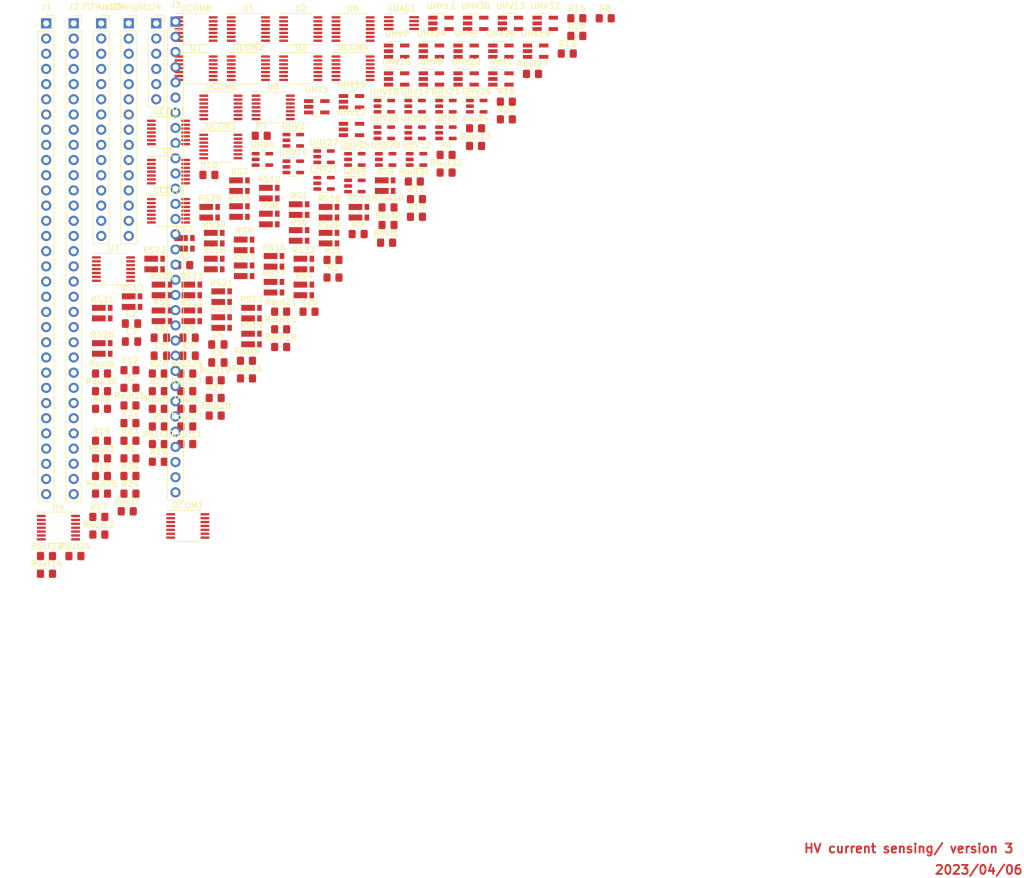
<source format=kicad_pcb>
(kicad_pcb (version 20211014) (generator pcbnew)
  (layers (0 "F.Cu" signal) (31 "B.Cu" signal) (34 "B.Paste" user) (35 "F.Paste" user) (36 "B.SilkS" user "B.Silkscreen") (37 "F.SilkS" user "F.Silkscreen") (38 "B.Mask" user) (39 "F.Mask" user) (44 "Edge.Cuts" user))
  (net 0 "")
  (footprint "Resistor_SMD:R_Shunt_Vishay_WSKW0612" (layer "F.Cu") (at 97.33 84.19)
    (fp_text reference "RS8")
    (fp_text value "100")
  )
  (footprint "Resistor_SMD:R_0805_2012Metric_Pad1.20x1.40mm_HandSolder" (layer "F.Cu") (at 88.28 111.17)
    (fp_text reference "Rout19")
    (fp_text value "5k")
  )
  (footprint "Package_SO:TSSOP-14_4.4x5mm_P0.65mm" (layer "F.Cu") (at 80.48 82.82)
    (fp_text reference "UCOM5")
    (fp_text value "LM339")
  )
  (footprint "Connector_PinSocket_2.54mm:PinSocket_1x32_P2.54mm_Vertical" (layer "F.Cu") (at 64.63 51.47)
    (fp_text reference "J2")
    (fp_text value "Conn_01x32_Female")
  )
  (footprint "Resistor_SMD:R_0805_2012Metric_Pad1.20x1.40mm_HandSolder" (layer "F.Cu") (at 116.93 88.15)
    (fp_text reference "Rout1")
    (fp_text value "5k")
  )
  (footprint "Package_SO:TSSOP-14_4.4x5mm_P0.65mm" (layer "F.Cu") (at 111.33 52.42)
    (fp_text reference "U6")
    (fp_text value "LM339")
  )
  (footprint "Resistor_SMD:R_0805_2012Metric_Pad1.20x1.40mm_HandSolder" (layer "F.Cu") (at 88.28 117.07)
    (fp_text reference "Rout28")
    (fp_text value "5k")
  )
  (footprint "Package_TO_SOT_SMD:SOT-23-5_HandSoldering" (layer "F.Cu") (at 111.07 69.22)
    (fp_text reference "UHV17")
    (fp_text value "LT6106")
  )
  (footprint "Resistor_SMD:R_Shunt_Vishay_WSKW0612" (layer "F.Cu") (at 107.31 83.06)
    (fp_text reference "RS18")
    (fp_text value "100")
  )
  (footprint "Resistor_SMD:R_0805_2012Metric_Pad1.20x1.40mm_HandSolder" (layer "F.Cu") (at 73.58 133.08)
    (fp_text reference "Rout7")
    (fp_text value "5k")
  )
  (footprint "Resistor_SMD:R_0805_2012Metric_Pad1.20x1.40mm_HandSolder" (layer "F.Cu") (at 126.88 76.42)
    (fp_text reference "Rout32")
    (fp_text value "5k")
  )
  (footprint "Package_TO_SOT_SMD:SOT-23-5_HandSoldering" (layer "F.Cu") (at 130.23 60.77)
    (fp_text reference "UHV22")
    (fp_text value "LT6106")
  )
  (footprint "Resistor_SMD:R_Shunt_Vishay_WSKW0612" (layer "F.Cu") (at 78.15 91.72)
    (fp_text reference "RS22")
    (fp_text value "100")
  )
  (footprint "Resistor_SMD:R_0805_2012Metric_Pad1.20x1.40mm_HandSolder" (layer "F.Cu") (at 60.08 143.52)
    (fp_text reference "Rout14")
    (fp_text value "5k")
  )
  (footprint "Resistor_SMD:R_Shunt_Vishay_WSKW0612" (layer "F.Cu") (at 98.11 91.27)
    (fp_text reference "RS15")
    (fp_text value "100")
  )
  (footprint "Package_TO_SOT_SMD:SOT-23-5" (layer "F.Cu") (at 111.63 78.67)
    (fp_text reference "UHV8")
    (fp_text value "LT6106")
  )
  (footprint "Connector_PinSocket_2.54mm:PinSocket_1x15_P2.54mm_Vertical" (layer "F.Cu") (at 73.83 51.47)
    (fp_text reference "JSTMright1")
    (fp_text value "Conn_01x15_Female")
  )
  (footprint "Capacitor_SMD:C_0805_2012Metric_Pad1.18x1.45mm_HandSolder" (layer "F.Cu") (at 83.92 104.05)
    (fp_text reference "C5")
    (fp_text value "0.1u")
  )
  (footprint "Package_TO_SOT_SMD:SOT-23-5" (layer "F.Cu") (at 132 65.32)
    (fp_text reference "UHV29")
    (fp_text value "LT6106")
  )
  (footprint "Resistor_SMD:R_Shunt_Vishay_WSKW0612" (layer "F.Cu") (at 116.7 78.61)
    (fp_text reference "RS3")
    (fp_text value "100")
  )
  (footprint "Package_TO_SOT_SMD:SOT-23-5_HandSoldering" (layer "F.Cu") (at 137.64 51.47)
    (fp_text reference "UHV13")
    (fp_text value "LT6106")
  )
  (footprint "Resistor_SMD:R_0805_2012Metric_Pad1.20x1.40mm_HandSolder" (layer "F.Cu") (at 136.95 64.57)
    (fp_text reference "R16")
    (fp_text value "10k")
  )
  (footprint "Package_TO_SOT_SMD:SOT-23-5_HandSoldering" (layer "F.Cu") (at 136.04 60.77)
    (fp_text reference "UHV1")
    (fp_text value "LT6106")
  )
  (footprint "Package_SO:TSSOP-14_4.4x5mm_P0.65mm" (layer "F.Cu") (at 83.7 135.53)
    (fp_text reference "UCOM1")
    (fp_text value "LM339")
  )
  (footprint "Resistor_SMD:R_0805_2012Metric_Pad1.20x1.40mm_HandSolder" (layer "F.Cu") (at 69.28 110.04)
    (fp_text reference "Rout6")
    (fp_text value "5k")
  )
  (footprint "Resistor_SMD:R_0805_2012Metric_Pad1.20x1.40mm_HandSolder" (layer "F.Cu") (at 78.78 121.84)
    (fp_text reference "Rout20")
    (fp_text value "5k")
  )
  (footprint "Package_TO_SOT_SMD:SOT-23-5_HandSoldering" (layer "F.Cu") (at 131.83 51.47)
    (fp_text reference "UHV30")
    (fp_text value "LT6106")
  )
  (footprint "Package_TO_SOT_SMD:SOT-23-5" (layer "F.Cu") (at 116.55 69.77)
    (fp_text reference "UHV23")
    (fp_text value "LT6106")
  )
  (footprint "Resistor_SMD:R_Shunt_Vishay_WSKW0612" (layer "F.Cu") (at 79.38 100.38)
    (fp_text reference "RS5")
    (fp_text value "100")
  )
  (footprint "Capacitor_SMD:C_0805_2012Metric_Pad1.18x1.45mm_HandSolder" (layer "F.Cu") (at 88.73 108.19)
    (fp_text reference "C8")
    (fp_text value "0.1u")
  )
  (footprint "Resistor_SMD:R_0805_2012Metric_Pad1.20x1.40mm_HandSolder" (layer "F.Cu") (at 78.78 110.04)
    (fp_text reference "R21")
    (fp_text value "10k")
  )
  (footprint "Resistor_SMD:R_0805_2012Metric_Pad1.20x1.40mm_HandSolder" (layer "F.Cu") (at 74.03 130.13)
    (fp_text reference "R24")
    (fp_text value "10k")
  )
  (footprint "Resistor_SMD:R_0805_2012Metric_Pad1.20x1.40mm_HandSolder" (layer "F.Cu") (at 107.97 93.98)
    (fp_text reference "R1")
    (fp_text value "10k")
  )
  (footprint "Resistor_SMD:R_Shunt_Vishay_WSKW0612" (layer "F.Cu") (at 98.11 95.6)
    (fp_text reference "RS27")
    (fp_text value "100")
  )
  (footprint "Package_SO:TSSOP-14_4.4x5mm_P0.65mm" (layer "F.Cu") (at 89.23 65.52)
    (fp_text reference "UCOM6")
    (fp_text value "LM339")
  )
  (footprint "Resistor_SMD:R_0805_2012Metric_Pad1.20x1.40mm_HandSolder" (layer "F.Cu") (at 99.22 102.64)
    (fp_text reference "Rout15")
    (fp_text value "5k")
  )
  (footprint "Resistor_SMD:R_Shunt_Vishay_WSKW0612" (layer "F.Cu") (at 103.1 91.72)
    (fp_text reference "RS32")
    (fp_text value "100")
  )
  (footprint "Resistor_SMD:R_Shunt_Vishay_WSKW0612" (layer "F.Cu") (at 69.4 99.93)
    (fp_text reference "RS31")
    (fp_text value "100")
  )
  (footprint "Resistor_SMD:R_0805_2012Metric_Pad1.20x1.40mm_HandSolder" (layer "F.Cu") (at 121.57 77.92)
    (fp_text reference "Rout31")
    (fp_text value "5k")
  )
  (footprint "Resistor_SMD:R_0805_2012Metric_Pad1.20x1.40mm_HandSolder" (layer "F.Cu") (at 121.92 80.87)
    (fp_text reference "R11")
    (fp_text value "10k")
  )
  (footprint "Resistor_SMD:R_Shunt_Vishay_WSKW0612" (layer "F.Cu") (at 107.31 87.39)
    (fp_text reference "RS20")
    (fp_text value "100")
  )
  (footprint "Resistor_SMD:R_0805_2012Metric_Pad1.20x1.40mm_HandSolder" (layer "F.Cu") (at 74.03 115.38)
    (fp_text reference "Rout26")
    (fp_text value "5k")
  )
  (footprint "Resistor_SMD:R_0805_2012Metric_Pad1.20x1.40mm_HandSolder" (layer "F.Cu") (at 126.88 73.47)
    (fp_text reference "R4")
    (fp_text value "10k")
  )
  (footprint "Package_TO_SOT_SMD:SOT-23-5_HandSoldering" (layer "F.Cu") (at 124.42 56.12)
    (fp_text reference "UHV24")
    (fp_text value "LT6106")
  )
  (footprint "Resistor_SMD:R_Shunt_Vishay_WSKW0612" (layer "F.Cu") (at 92.34 82.94)
    (fp_text reference "RS14")
    (fp_text value "100")
  )
  (footprint "Capacitor_SMD:C_0805_2012Metric_Pad1.18x1.45mm_HandSolder" (layer "F.Cu") (at 79.11 104.05)
    (fp_text reference "C6")
    (fp_text value "0.1u")
  )
  (footprint "Resistor_SMD:R_0805_2012Metric_Pad1.20x1.40mm_HandSolder" (layer "F.Cu") (at 83.53 112.99)
    (fp_text reference "Rout17")
    (fp_text value "5k")
  )
  (footprint "Package_TO_SOT_SMD:SOT-23-5_HandSoldering" (layer "F.Cu") (at 136.04 56.12)
    (fp_text reference "UHV26")
    (fp_text value "LT6106")
  )
  (footprint "Package_SO:TSSOP-14_4.4x5mm_P0.65mm" (layer "F.Cu") (at 97.98 65.52)
    (fp_text reference "U8")
    (fp_text value "LM339")
  )
  (footprint "Package_TO_SOT_SMD:SOT-23-5" (layer "F.Cu") (at 126.85 65.32)
    (fp_text reference "UHV21")
    (fp_text value "LT6106")
  )
  (footprint "Resistor_SMD:R_0805_2012Metric_Pad1.20x1.40mm_HandSolder" (layer "F.Cu") (at 74.03 127.18)
    (fp_text reference "R30")
    (fp_text value "10k")
  )
  (footprint "Package_TO_SOT_SMD:SOT-23-5" (layer "F.Cu") (at 116.78 74.22)
    (fp_text reference "UHV20")
    (fp_text value "LT6106")
  )
  (footprint "Connector_PinSocket_2.54mm:PinSocket_1x32_P2.54mm_Vertical" (layer "F.Cu") (at 81.65 51.18)
    (fp_text reference "J3")
    (fp_text value "Conn_01x32_Female")
  )
  (footprint "Resistor_SMD:R_0805_2012Metric_Pad1.20x1.40mm_HandSolder" (layer "F.Cu") (at 69.28 112.99)
    (fp_text reference "Rout30")
    (fp_text value "5k")
  )
  (footprint "Resistor_SMD:R_0805_2012Metric_Pad1.20x1.40mm_HandSolder" (layer "F.Cu") (at 78.78 118.89)
    (fp_text reference "R5")
    (fp_text value "10k")
  )
  (footprint "Resistor_SMD:R_Shunt_Vishay_WSKW0612" (layer "F.Cu") (at 89.36 97.18)
    (fp_text reference "RS21")
    (fp_text value "100")
  )
  (footprint "Resistor_SMD:R_0805_2012Metric_Pad1.20x1.40mm_HandSolder" (layer "F.Cu") (at 69.28 121.28)
    (fp_text reference "R14")
    (fp_text value "10k")
  )
  (footprint "Capacitor_SMD:C_0805_2012Metric_Pad1.18x1.45mm_HandSolder" (layer "F.Cu") (at 83.92 107.06)
    (fp_text reference "C3")
    (fp_text value "0.1u")
  )
  (footprint "Resistor_SMD:R_0805_2012Metric_Pad1.20x1.40mm_HandSolder" (layer "F.Cu") (at 83.02 91.9)
    (fp_text reference "R3")
    (fp_text value "10k")
  )
  (footprint "Package_TO_SOT_SMD:SOT-23-5_HandSoldering" (layer "F.Cu") (at 126.02 51.47)
    (fp_text reference "UHV11")
    (fp_text value "LT6106")
  )
  (footprint "Connector_PinSocket_2.54mm:PinSocket_1x06_P2.54mm_Vertical" (layer "F.Cu") (at 78.43 51.47)
    (fp_text reference "J4")
    (fp_text value "Conn_01x04_Female")
  )
  (footprint "Resistor_SMD:R_0805_2012Metric_Pad1.20x1.40mm_HandSolder" (layer "F.Cu") (at 131.8 69.02)
    (fp_text reference "Rout4")
    (fp_text value "5k")
  )
  (footprint "Package_TO_SOT_SMD:SOT-23-5_HandSoldering" (layer "F.Cu") (at 111.07 64.57)
    (fp_text reference "UHV15")
    (fp_text value "LT6106")
  )
  (footprint "Resistor_SMD:R_0805_2012Metric_Pad1.20x1.40mm_HandSolder" (layer "F.Cu") (at 69.28 130.13)
    (fp_text reference "Rout25")
    (fp_text value "5k")
  )
  (footprint "Resistor_SMD:R_0805_2012Metric_Pad1.20x1.40mm_HandSolder" (layer "F.Cu") (at 88.28 114.12)
    (fp_text reference "R27")
    (fp_text value "10k")
  )
  (footprint "Resistor_SMD:R_0805_2012Metric_Pad1.20x1.40mm_HandSolder" (layer "F.Cu") (at 148.73 53.57)
    (fp_text reference "R26")
    (fp_text value "10k")
  )
  (footprint "Resistor_SMD:R_0805_2012Metric_Pad1.20x1.40mm_HandSolder" (layer "F.Cu") (at 69.28 124.23)
    (fp_text reference "Rout3")
    (fp_text value "5k")
  )
  (footprint "Resistor_SMD:R_0805_2012Metric_Pad1.20x1.40mm_HandSolder" (layer "F.Cu") (at 74.03 109.48)
    (fp_text reference "R12")
    (fp_text value "10k")
  )
  (footprint "Package_SO:TSSOP-14_4.4x5mm_P0.65mm" (layer "F.Cu") (at 80.48 76.27)
    (fp_text reference "U5")
    (fp_text value "LM339")
  )
  (footprint "Resistor_SMD:R_0805_2012Metric_Pad1.20x1.40mm_HandSolder" (layer "F.Cu") (at 83.53 110.04)
    (fp_text reference "Rout29")
    (fp_text value "5k")
  )
  (footprint "Package_TO_SOT_SMD:SOT-23-5_HandSoldering" (layer "F.Cu") (at 141.85 56.12)
    (fp_text reference "UHV19")
    (fp_text value "LT6106")
  )
  (footprint "Resistor_SMD:R_0805_2012Metric_Pad1.20x1.40mm_HandSolder" (layer "F.Cu") (at 112.18 86.7)
    (fp_text reference "R9")
    (fp_text value "10k")
  )
  (footprint "Package_TO_SOT_SMD:SOT-23-5" (layer "F.Cu") (at 111.63 74.22)
    (fp_text reference "UHV25")
    (fp_text value "LT6106")
  )
  (footprint "Package_TO_SOT_SMD:SOT-23-5_HandSoldering" (layer "F.Cu") (at 130.23 56.12)
    (fp_text reference "UHV3")
    (fp_text value "LT6106")
  )
  (footprint "Capacitor_SMD:C_0805_2012Metric_Pad1.18x1.45mm_HandSolder" (layer "F.Cu") (at 79.11 107.06)
    (fp_text reference "C1")
    (fp_text value "0.1u")
  )
  (footprint "Package_TO_SOT_SMD:SOT-23-5" (layer "F.Cu") (at 121.93 74.22)
    (fp_text reference "UHV12")
    (fp_text value "LT6106")
  )
  (footprint "Resistor_SMD:R_Shunt_Vishay_WSKW0612" (layer "F.Cu") (at 79.38 96.05)
    (fp_text reference "RS25")
    (fp_text value "100")
  )
  (footprint "Resistor_SMD:R_Shunt_Vishay_WSKW0612" (layer "F.Cu") (at 87.35 83.06)
    (fp_text reference "RS29")
    (fp_text value "100")
  )
  (footprint "Resistor_SMD:R_0805_2012Metric_Pad1.20x1.40mm_HandSolder" (layer "F.Cu") (at 153.48 50.62)
    (fp_text reference "R8")
    (fp_text value "10k")
  )
  (footprint "Resistor_SMD:R_Shunt_Vishay_WSKW0612" (layer "F.Cu") (at 112.3 83.06)
    (fp_text reference "RS28")
    (fp_text value "100")
  )
  (footprint "Resistor_SMD:R_0805_2012Metric_Pad1.20x1.40mm_HandSolder" (layer "F.Cu") (at 141.32 59.92)
    (fp_text reference "Rout27")
    (fp_text value "5k")
  )
  (footprint "Resistor_SMD:R_0805_2012Metric_Pad1.20x1.40mm_HandSolder" (layer "F.Cu") (at 83.53 115.94)
    (fp_text reference "Rout8")
    (fp_text value "5k")
  )
  (footprint "Capacitor_SMD:C_0805_2012Metric_Pad1.18x1.45mm_HandSolder" (layer "F.Cu") (at 88.73 105.18)
    (fp_text reference "C4")
    (fp_text value "0.1u")
  )
  (footprint "Resistor_SMD:R_0805_2012Metric_Pad1.20x1.40mm_HandSolder" (layer "F.Cu") (at 69.28 127.18)
    (fp_text reference "R18")
    (fp_text value "10k")
  )
  (footprint "Capacitor_SMD:C_0805_2012Metric_Pad1.18x1.45mm_HandSolder" (layer "F.Cu") (at 74.3 104.69)
    (fp_text reference "C7")
    (fp_text value "0.1u")
  )
  (footprint "Package_SO:TSSOP-14_4.4x5mm_P0.65mm" (layer "F.Cu") (at 71.28 92.57)
    (fp_text reference "U7")
    (fp_text value "LM339")
  )
  (footprint "Resistor_SMD:R_Shunt_Vishay_WSKW0612" (layer "F.Cu") (at 94.35 104.26)
    (fp_text reference "RS19")
    (fp_text value "100")
  )
  (footprint "Connector_PinSocket_2.54mm:PinSocket_1x32_P2.54mm_Vertical" (layer "F.Cu") (at 60.03 51.47)
    (fp_text reference "J1")
    (fp_text value "Conn_01x32_Female")
  )
  (footprint "Resistor_SMD:R_0805_2012Metric_Pad1.20x1.40mm_HandSolder" (layer "F.Cu") (at 74.03 121.28)
    (fp_text reference "R23")
    (fp_text value "10k")
  )
  (footprint "Resistor_SMD:R_0805_2012Metric_Pad1.20x1.40mm_HandSolder" (layer "F.Cu") (at 95.98 70.27)
    (fp_text reference "R7")
    (fp_text value "10k")
  )
  (footprint "Resistor_SMD:R_0805_2012Metric_Pad1.20x1.40mm_HandSolder" (layer "F.Cu") (at 74.03 118.33)
    (fp_text reference "R32")
    (fp_text value "10k")
  )
  (footprint "Resistor_SMD:R_Shunt_Vishay_WSKW0612" (layer "F.Cu") (at 94.35 99.93)
    (fp_text reference "RS17")
    (fp_text value "100")
  )
  (footprint "Package_TO_SOT_SMD:SOT-23-5_HandSoldering" (layer "F.Cu") (at 118.61 56.12)
    (fp_text reference "UHV7")
    (fp_text value "LT6106")
  )
  (footprint "Package_TO_SOT_SMD:SOT-23-5" (layer "F.Cu") (at 116.55 65.32)
    (fp_text reference "UHV18")
    (fp_text value "LT6106")
  )
  (footprint "Package_SO:TSSOP-14_4.4x5mm_P0.65mm" (layer "F.Cu") (at 62.08 135.82)
    (fp_text reference "U4")
    (fp_text value "LM339")
  )
  (footprint "Package_TO_SOT_SMD:SOT-23-5_HandSoldering" (layer "F.Cu") (at 124.42 60.77)
    (fp_text reference "UHV9")
    (fp_text value "LT6106")
  )
  (footprint "Resistor_SMD:R_0805_2012Metric_Pad1.20x1.40mm_HandSolder" (layer "F.Cu") (at 107.97 91.03)
    (fp_text reference "R31")
    (fp_text value "10k")
  )
  (footprint "Resistor_SMD:R_Shunt_Vishay_WSKW0612" (layer "F.Cu") (at 103.1 96.05)
    (fp_text reference "RS4")
    (fp_text value "100")
  )
  (footprint "Resistor_SMD:R_0805_2012Metric_Pad1.20x1.40mm_HandSolder" (layer "F.Cu") (at 93.51 110.85)
    (fp_text reference "Rout16")
    (fp_text value "5k")
  )
  (footprint "Resistor_SMD:R_0805_2012Metric_Pad1.20x1.40mm_HandSolder" (layer "F.Cu") (at 131.8 71.97)
    (fp_text reference "Rout13")
    (fp_text value "5k")
  )
  (footprint "Resistor_SMD:R_0805_2012Metric_Pad1.20x1.40mm_HandSolder" (layer "F.Cu") (at 117.17 82.25)
    (fp_text reference "Rout10")
    (fp_text value "5k")
  )
  (footprint "Package_SO:TSSOP-14_4.4x5mm_P0.65mm" (layer "F.Cu") (at 85.08 52.42)
    (fp_text reference "UCOM8")
    (fp_text value "LM339")
  )
  (footprint "Resistor_SMD:R_Shunt_Vishay_WSKW0612" (layer "F.Cu") (at 89.36 101.51)
    (fp_text reference "RS24")
    (fp_text value "100")
  )
  (footprint "Resistor_SMD:R_0805_2012Metric_Pad1.20x1.40mm_HandSolder" (layer "F.Cu") (at 78.78 115.94)
    (fp_text reference "Rout9")
    (fp_text value "5k")
  )
  (footprint "Resistor_SMD:R_Shunt_Vishay_WSKW0612" (layer "F.Cu") (at 102.32 82.61)
    (fp_text reference "RS1")
    (fp_text value "100")
  )
  (footprint "Resistor_SMD:R_Shunt_Vishay_WSKW0612" (layer "F.Cu") (at 97.33 79.86)
    (fp_text reference "RS10")
    (fp_text value "100")
  )
  (footprint "Resistor_SMD:R_0805_2012Metric_Pad1.20x1.40mm_HandSolder" (layer "F.Cu") (at 64.83 140.57)
    (fp_text reference "Rout24")
    (fp_text value "5k")
  )
  (footprint "Package_SO:TSSOP-14_4.4x5mm_P0.65mm" (layer "F.Cu") (at 111.33 58.97)
    (fp_text reference "UCOM4")
    (fp_text value "LM339")
  )
  (footprint "Resistor_SMD:R_0805_2012Metric_Pad1.20x1.40mm_HandSolder" (layer "F.Cu") (at 147.13 56.52)
    (fp_text reference "R13")
    (fp_text value "10k")
  )
  (footprint "Package_SO:TSSOP-14_4.4x5mm_P0.65mm" (layer "F.Cu") (at 89.23 72.07)
    (fp_text reference "UCOM3")
    (fp_text value "LM339")
  )
  (footprint "Package_TO_SOT_SMD:SOT-23-5" (layer "F.Cu") (at 121.7 65.32)
    (fp_text reference "UHV14")
    (fp_text value "LT6106")
  )
  (footprint "Resistor_SMD:R_Shunt_Vishay_WSKW0612" (layer "F.Cu") (at 69.4 105.84)
    (fp_text reference "RS26")
    (fp_text value "100")
  )
  (footprint "Resistor_SMD:R_Shunt_Vishay_WSKW0612" (layer "F.Cu") (at 102.32 86.94)
    (fp_text reference "RS6")
    (fp_text value "100")
  )
  (footprint "Resistor_SMD:R_0805_2012Metric_Pad1.20x1.40mm_HandSolder" (layer "F.Cu") (at 87.23 76.82)
    (fp_text reference "R10")
    (fp_text value "10k")
  )
  (footprint "Resistor_SMD:R_0805_2012Metric_Pad1.20x1.40mm_HandSolder" (layer "F.Cu") (at 78.78 112.99)
    (fp_text reference "R22")
    (fp_text value "10k")
  )
  (footprint "Package_SO:TSSOP-14_4.4x5mm_P0.65mm" (layer "F.Cu") (at 102.58 58.97)
    (fp_text reference "U3")
    (fp_text value "LM339")
  )
  (footprint "Resistor_SMD:R_Shunt_Vishay_WSKW0612" (layer "F.Cu") (at 88.13 87.39)
    (fp_text reference "RS30")
    (fp_text value "100")
  )
  (footprint "Package_TO_SOT_SMD:SOT-23-5" (layer "F.Cu") (at 96.18 74.22)
    (fp_text reference "UHV4")
    (fp_text value "LT6106")
  )
  (footprint "Package_SO:TSSOP-14_4.4x5mm_P0.65mm" (layer "F.Cu") (at 93.83 52.42)
    (fp_text reference "U1")
    (fp_text value "LM339")
  )
  (footprint "Resistor_SMD:R_0805_2012Metric_Pad1.20x1.40mm_HandSolder" (layer "F.Cu") (at 99.22 105.59)
    (fp_text reference "Rout18")
    (fp_text value "5k")
  )
  (footprint "Resistor_SMD:R_0805_2012Metric_Pad1.20x1.40mm_HandSolder" (layer "F.Cu") (at 74.03 112.43)
    (fp_text reference "R2")
    (fp_text value "10k")
  )
  (footprint "Resistor_SMD:R_Shunt_Vishay_WSKW0612" (layer "F.Cu") (at 83.14 88.26)
    (fp_text reference "RS2")
    (fp_text value "100")
  )
  (footprint "Resistor_SMD:R_0805_2012Metric_Pad1.20x1.40mm_HandSolder" (layer "F.Cu") (at 68.83 134.02)
    (fp_text reference "R17")
    (fp_text value "10k")
  )
  (footprint "Resistor_SMD:R_0805_2012Metric_Pad1.20x1.40mm_HandSolder" (layer "F.Cu") (at 99.22 99.69)
    (fp_text reference "Rout21")
    (fp_text value "5k")
  )
  (footprint "Connector_PinSocket_2.54mm:PinSocket_1x15_P2.54mm_Vertical" (layer "F.Cu") (at 69.23 51.47)
    (fp_text reference "JSTMleft1")
    (fp_text value "Conn_01x15_Female")
  )
  (footprint "Capacitor_SMD:C_0805_2012Metric_Pad1.18x1.45mm_HandSolder" (layer "F.Cu") (at 74.3 101.68)
    (fp_text reference "C2")
    (fp_text value "0.1u")
  )
  (footprint "Package_TO_SOT_SMD:SOT-23-5" (layer "F.Cu") (at 106.48 78.22)
    (fp_text reference "UHV31")
    (fp_text value "LT6106")
  )
  (footprint "Resistor_SMD:R_0805_2012Metric_Pad1.20x1.40mm_HandSolder" (layer "F.Cu") (at 93.51 107.9)
    (fp_text reference "Rout5")
    (fp_text value "5k")
  )
  (footprint "Resistor_SMD:R_0805_2012Metric_Pad1.20x1.40mm_HandSolder" (layer "F.Cu") (at 136.95 67.52)
    (fp_text reference "R20")
    (fp_text value "10k")
  )
  (footprint "Package_SO:TSSOP-14_4.4x5mm_P0.65mm" (layer "F.Cu") (at 80.48 69.72)
    (fp_text reference "UCOM7")
    (fp_text value "LM339")
  )
  (footprint "Package_TO_SOT_SMD:SOT-23-5_HandSoldering" (layer "F.Cu") (at 105.26 65.42)
    (fp_text reference "UHV5")
    (fp_text value "LT6106")
  )
  (footprint "Package_TO_SOT_SMD:SOT-23-5" (layer "F.Cu") (at 101.33 71.02)
    (fp_text reference "UHV2")
    (fp_text value "LT6106")
  )
  (footprint "Resistor_SMD:R_Shunt_Vishay_WSKW0612" (layer "F.Cu") (at 88.13 91.72)
    (fp_text reference "RS16")
    (fp_text value "100")
  )
  (footprint "Package_TO_SOT_SMD:SOT-23-5" (layer "F.Cu") (at 121.7 69.77)
    (fp_text reference "UHV16")
    (fp_text value "LT6106")
  )
  (footprint "Package_TO_SOT_SMD:SOT-23-5_HandSoldering" (layer "F.Cu") (at 143.45 51.47)
    (fp_text reference "UHV32")
    (fp_text value "LT6106")
  )
  (footprint "Package_SO:TSSOP-14_4.4x5mm_P0.65mm" (layer "F.Cu") (at 102.58 52.42)
    (fp_text reference "U2")
    (fp_text value "LM339")
  )
  (footprint "Resistor_SMD:R_0805_2012Metric_Pad1.20x1.40mm_HandSolder" (layer "F.Cu") (at 68.83 136.97)
    (fp_text reference "Rout12")
    (fp_text value "5k")
  )
  (footprint "Resistor_SMD:R_0805_2012Metric_Pad1.20x1.40mm_HandSolder" (layer "F.Cu") (at 60.08 140.57)
    (fp_text reference "Rout22")
    (fp_text value "5k")
  )
  (footprint "Package_TO_SOT_SMD:SOT-23-5" (layer "F.Cu") (at 126.85 69.77)
    (fp_text reference "UHV6")
    (fp_text value "LT6106")
  )
  (footprint "Resistor_SMD:R_Shunt_Vishay_WSKW0612" (layer "F.Cu") (at 93.12 88.52)
    (fp_text reference "RS9")
    (fp_text value "100")
  )
  (footprint "Resistor_SMD:R_Shunt_Vishay_WSKW0612" (layer "F.Cu") (at 84.37 100.38)
    (fp_text reference "RS11")
    (fp_text value "100")
  )
  (footprint "Resistor_SMD:R_0805_2012Metric_Pad1.20x1.40mm_HandSolder" (layer "F.Cu") (at 103.97 99.69)
    (fp_text reference "R25")
    (fp_text value "10k")
  )
  (footprint "Package_TO_SOT_SMD:SOT-23-5" (layer "F.Cu") (at 101.33 75.47)
    (fp_text reference "UHV10")
    (fp_text value "LT6106")
  )
  (footprint "Package_TO_SOT_SMD:SOT-23-5" (layer "F.Cu") (at 106.48 73.77)
    (fp_text reference "UHV27")
    (fp_text value "LT6106")
  )
  (footprint "Resistor_SMD:R_0805_2012Metric_Pad1.20x1.40mm_HandSolder" (layer "F.Cu") (at 69.28 115.94)
    (fp_text reference "R28")
    (fp_text value "10k")
  )
  (footprint "Resistor_SMD:R_0805_2012Metric_Pad1.20x1.40mm_HandSolder" (layer "F.Cu") (at 78.78 124.79)
    (fp_text reference "R29")
    (fp_text value "10k")
  )
  (footprint "Package_TO_SOT_SMD:SOT-23-5_HandSoldering" (layer "F.Cu") (at 118.61 60.77)
    (fp_text reference "UHV28")
    (fp_text value "LT6106")
  )
  (footprint "Resistor_SMD:R_0805_2012Metric_Pad1.20x1.40mm_HandSolder" (layer "F.Cu") (at 74.03 124.23)
    (fp_text reference "R6")
    (fp_text value "10k")
  )
  (footprint "Package_SO:TSSOP-14_4.4x5mm_P0.65mm" (layer "F.Cu") (at 85.08 58.97)
    (fp_text reference "U1")
    (fp_text value "LM339")
  )
  (footprint "Resistor_SMD:R_Shunt_Vishay_WSKW0612" (layer "F.Cu") (at 92.34 78.61)
    (fp_text reference "RS7")
    (fp_text value "100")
  )
  (footprint "Resistor_SMD:R_0805_2012Metric_Pad1.20x1.40mm_HandSolder" (layer "F.Cu") (at 83.53 121.84)
    (fp_text reference "Rout11")
    (fp_text value "5k")
  )
  (footprint "Resistor_SMD:R_Shunt_Vishay_WSKW0612" (layer "F.Cu") (at 93.12 92.85)
    (fp_text reference "RS23")
    (fp_text value "100")
  )
  (footprint "Resistor_SMD:R_0805_2012Metric_Pad1.20x1.40mm_HandSolder" (layer "F.Cu") (at 83.53 118.89)
    (fp_text reference "Rout23")
    (fp_text value "5k")
  )
  (footprint "Resistor_SMD:R_0805_2012Metric_Pad1.20x1.40mm_HandSolder" (layer "F.Cu") (at 148.73 50.62)
    (fp_text reference "R15")
    (fp_text value "10k")
  )
  (footprint "Package_SO:MSOP-8_3x3mm_P0.65mm" (layer "F.Cu") (at 119.41 51.42)
    (fp_text reference "UDAC1")
    (fp_text value "MCP4921")
  )
  (footprint "Resistor_SMD:R_0805_2012Metric_Pad1.20x1.40mm_HandSolder" (layer "F.Cu") (at 117.17 85.2)
    (fp_text reference "Rout2")
    (fp_text value "5k")
  )
  (footprint "Resistor_SMD:R_0805_2012Metric_Pad1.20x1.40mm_HandSolder" (layer "F.Cu") (at 121.92 83.82)
    (fp_text reference "R19")
    (fp_text value "10k")
  )
  (footprint "Resistor_SMD:R_Shunt_Vishay_WSKW0612" (layer "F.Cu") (at 74.39 98.01)
    (fp_text reference "RS12")
    (fp_text value "100")
  )
  (footprint "Resistor_SMD:R_Shunt_Vishay_WSKW0612" (layer "F.Cu") (at 84.37 96.05)
    (fp_text reference "RS13")
    (fp_text value "100")
  )
  (footprint "Package_SO:TSSOP-14_4.4x5mm_P0.65mm" (layer "F.Cu") (at 93.83 58.97)
    (fp_text reference "UCOM2")
    (fp_text value "LM339")
  )
  (gr_text "2023/04/06" (at 215.9 193.04) (layer "F.Cu") (effects (font (size 1.5 1.5) (thickness 0.3))))
  (gr_text "HV current sensing/ version 3" (at 204.210027 189.464249) (layer "F.Cu") (effects (font (size 1.5 1.5) (thickness 0.3))))
)
</source>
